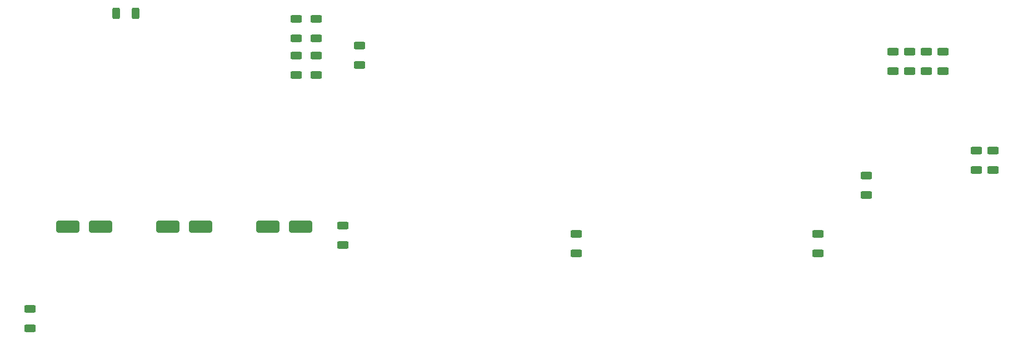
<source format=gbr>
%TF.GenerationSoftware,KiCad,Pcbnew,9.0.7*%
%TF.CreationDate,2026-02-09T15:58:26+01:00*%
%TF.ProjectId,SaunaPCB,5361756e-6150-4434-922e-6b696361645f,0.0.1*%
%TF.SameCoordinates,Original*%
%TF.FileFunction,Paste,Top*%
%TF.FilePolarity,Positive*%
%FSLAX46Y46*%
G04 Gerber Fmt 4.6, Leading zero omitted, Abs format (unit mm)*
G04 Created by KiCad (PCBNEW 9.0.7) date 2026-02-09 15:58:26*
%MOMM*%
%LPD*%
G01*
G04 APERTURE LIST*
G04 Aperture macros list*
%AMRoundRect*
0 Rectangle with rounded corners*
0 $1 Rounding radius*
0 $2 $3 $4 $5 $6 $7 $8 $9 X,Y pos of 4 corners*
0 Add a 4 corners polygon primitive as box body*
4,1,4,$2,$3,$4,$5,$6,$7,$8,$9,$2,$3,0*
0 Add four circle primitives for the rounded corners*
1,1,$1+$1,$2,$3*
1,1,$1+$1,$4,$5*
1,1,$1+$1,$6,$7*
1,1,$1+$1,$8,$9*
0 Add four rect primitives between the rounded corners*
20,1,$1+$1,$2,$3,$4,$5,0*
20,1,$1+$1,$4,$5,$6,$7,0*
20,1,$1+$1,$6,$7,$8,$9,0*
20,1,$1+$1,$8,$9,$2,$3,0*%
G04 Aperture macros list end*
%ADD10RoundRect,0.250000X-0.625000X0.312500X-0.625000X-0.312500X0.625000X-0.312500X0.625000X0.312500X0*%
%ADD11RoundRect,0.250000X1.500000X0.650000X-1.500000X0.650000X-1.500000X-0.650000X1.500000X-0.650000X0*%
%ADD12RoundRect,0.250000X0.625000X-0.312500X0.625000X0.312500X-0.625000X0.312500X-0.625000X-0.312500X0*%
%ADD13RoundRect,0.250000X-0.312500X-0.625000X0.312500X-0.625000X0.312500X0.625000X-0.312500X0.625000X0*%
G04 APERTURE END LIST*
D10*
%TO.C,R306*%
X143876000Y-58909500D03*
X143876000Y-61834500D03*
%TD*%
D11*
%TO.C,D202*%
X141550000Y-85010000D03*
X136550000Y-85010000D03*
%TD*%
D10*
%TO.C,R305*%
X143876000Y-53321500D03*
X143876000Y-56246500D03*
%TD*%
%TO.C,R307*%
X140828000Y-53321500D03*
X140828000Y-56246500D03*
%TD*%
%TO.C,R309*%
X140828000Y-58909500D03*
X140828000Y-61834500D03*
%TD*%
D12*
%TO.C,R212*%
X183500000Y-89012500D03*
X183500000Y-86087500D03*
%TD*%
D10*
%TO.C,R303*%
X236840000Y-58340000D03*
X236840000Y-61265000D03*
%TD*%
%TO.C,R202*%
X247000000Y-73387500D03*
X247000000Y-76312500D03*
%TD*%
D12*
%TO.C,R213*%
X220330000Y-89012500D03*
X220330000Y-86087500D03*
%TD*%
D13*
%TO.C,R203*%
X113457500Y-52498000D03*
X116382500Y-52498000D03*
%TD*%
D10*
%TO.C,R304*%
X239380000Y-58340000D03*
X239380000Y-61265000D03*
%TD*%
%TO.C,R302*%
X234300000Y-58340000D03*
X234300000Y-61265000D03*
%TD*%
%TO.C,R301*%
X231760000Y-58340000D03*
X231760000Y-61265000D03*
%TD*%
D12*
%TO.C,R308*%
X227696000Y-80122500D03*
X227696000Y-77197500D03*
%TD*%
D11*
%TO.C,D201*%
X126310000Y-85010000D03*
X121310000Y-85010000D03*
%TD*%
D12*
%TO.C,R201*%
X244460000Y-76312500D03*
X244460000Y-73387500D03*
%TD*%
%TO.C,R211*%
X147940000Y-87742500D03*
X147940000Y-84817500D03*
%TD*%
%TO.C,R310*%
X150480000Y-60310500D03*
X150480000Y-57385500D03*
%TD*%
D11*
%TO.C,D205*%
X111070000Y-85010000D03*
X106070000Y-85010000D03*
%TD*%
D10*
%TO.C,R210*%
X100315000Y-97517500D03*
X100315000Y-100442500D03*
%TD*%
M02*

</source>
